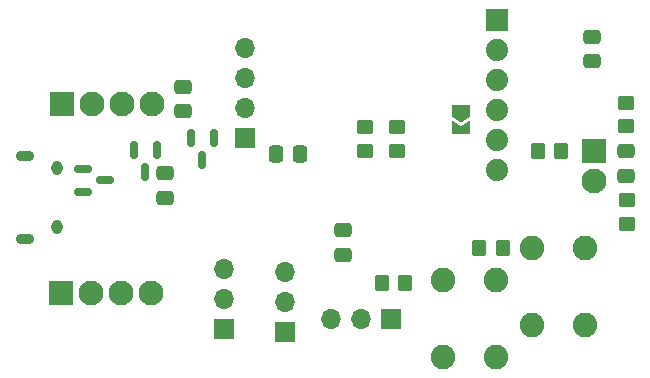
<source format=gbr>
%TF.GenerationSoftware,KiCad,Pcbnew,6.0.11-2627ca5db0~126~ubuntu22.04.1*%
%TF.CreationDate,2023-02-28T18:25:52-05:00*%
%TF.ProjectId,canbus-thermocouple,63616e62-7573-42d7-9468-65726d6f636f,1.0*%
%TF.SameCoordinates,Original*%
%TF.FileFunction,Soldermask,Bot*%
%TF.FilePolarity,Negative*%
%FSLAX46Y46*%
G04 Gerber Fmt 4.6, Leading zero omitted, Abs format (unit mm)*
G04 Created by KiCad (PCBNEW 6.0.11-2627ca5db0~126~ubuntu22.04.1) date 2023-02-28 18:25:52*
%MOMM*%
%LPD*%
G01*
G04 APERTURE LIST*
G04 Aperture macros list*
%AMRoundRect*
0 Rectangle with rounded corners*
0 $1 Rounding radius*
0 $2 $3 $4 $5 $6 $7 $8 $9 X,Y pos of 4 corners*
0 Add a 4 corners polygon primitive as box body*
4,1,4,$2,$3,$4,$5,$6,$7,$8,$9,$2,$3,0*
0 Add four circle primitives for the rounded corners*
1,1,$1+$1,$2,$3*
1,1,$1+$1,$4,$5*
1,1,$1+$1,$6,$7*
1,1,$1+$1,$8,$9*
0 Add four rect primitives between the rounded corners*
20,1,$1+$1,$2,$3,$4,$5,0*
20,1,$1+$1,$4,$5,$6,$7,0*
20,1,$1+$1,$6,$7,$8,$9,0*
20,1,$1+$1,$8,$9,$2,$3,0*%
%AMFreePoly0*
4,1,6,1.000000,0.000000,0.500000,-0.750000,-0.500000,-0.750000,-0.500000,0.750000,0.500000,0.750000,1.000000,0.000000,1.000000,0.000000,$1*%
%AMFreePoly1*
4,1,6,0.500000,-0.750000,-0.650000,-0.750000,-0.150000,0.000000,-0.650000,0.750000,0.500000,0.750000,0.500000,-0.750000,0.500000,-0.750000,$1*%
G04 Aperture macros list end*
%ADD10RoundRect,0.250000X-0.450000X0.350000X-0.450000X-0.350000X0.450000X-0.350000X0.450000X0.350000X0*%
%ADD11R,1.700000X1.700000*%
%ADD12O,1.700000X1.700000*%
%ADD13R,2.100000X2.100000*%
%ADD14C,2.100000*%
%ADD15RoundRect,0.250000X-0.350000X-0.450000X0.350000X-0.450000X0.350000X0.450000X-0.350000X0.450000X0*%
%ADD16RoundRect,0.250000X0.450000X-0.350000X0.450000X0.350000X-0.450000X0.350000X-0.450000X-0.350000X0*%
%ADD17RoundRect,0.250000X-0.475000X0.337500X-0.475000X-0.337500X0.475000X-0.337500X0.475000X0.337500X0*%
%ADD18C,2.082800*%
%ADD19R,1.879600X1.879600*%
%ADD20C,1.879600*%
%ADD21O,0.950000X1.250000*%
%ADD22O,1.550000X0.890000*%
%ADD23RoundRect,0.250000X-0.337500X-0.475000X0.337500X-0.475000X0.337500X0.475000X-0.337500X0.475000X0*%
%ADD24RoundRect,0.150000X-0.150000X0.587500X-0.150000X-0.587500X0.150000X-0.587500X0.150000X0.587500X0*%
%ADD25RoundRect,0.250000X0.350000X0.450000X-0.350000X0.450000X-0.350000X-0.450000X0.350000X-0.450000X0*%
%ADD26RoundRect,0.250000X0.475000X-0.337500X0.475000X0.337500X-0.475000X0.337500X-0.475000X-0.337500X0*%
%ADD27RoundRect,0.150000X-0.587500X-0.150000X0.587500X-0.150000X0.587500X0.150000X-0.587500X0.150000X0*%
%ADD28FreePoly0,270.000000*%
%ADD29FreePoly1,270.000000*%
G04 APERTURE END LIST*
D10*
%TO.C,R9*%
X85325000Y-80050000D03*
X85325000Y-82050000D03*
%TD*%
%TO.C,R7*%
X88000000Y-80075000D03*
X88000000Y-82075000D03*
%TD*%
D11*
%TO.C,U3*%
X75197300Y-80977600D03*
D12*
X75197300Y-78437600D03*
X75197300Y-75897600D03*
X75197300Y-73357600D03*
%TD*%
D13*
%TO.C,J4*%
X104750000Y-82100000D03*
D14*
X104750000Y-84640000D03*
%TD*%
D15*
%TO.C,R3*%
X99950000Y-82100000D03*
X101950000Y-82100000D03*
%TD*%
D16*
%TO.C,R4*%
X107425000Y-80000000D03*
X107425000Y-78000000D03*
%TD*%
D17*
%TO.C,C8*%
X107425000Y-82100000D03*
X107425000Y-84175000D03*
%TD*%
%TO.C,C9*%
X104525000Y-72425000D03*
X104525000Y-74500000D03*
%TD*%
D10*
%TO.C,R6*%
X107475000Y-86250000D03*
X107475000Y-88250000D03*
%TD*%
D11*
%TO.C,JP1*%
X73400000Y-97140000D03*
D12*
X73400000Y-94600000D03*
X73400000Y-92060000D03*
%TD*%
D13*
%TO.C,J6*%
X59625000Y-94100000D03*
D14*
X62165000Y-94100000D03*
X64705000Y-94100000D03*
X67245000Y-94100000D03*
%TD*%
D11*
%TO.C,J2*%
X87490000Y-96350000D03*
D12*
X84950000Y-96350000D03*
X82410000Y-96350000D03*
%TD*%
D18*
%TO.C,S1*%
X96435600Y-92998800D03*
X96435600Y-99501200D03*
X91914400Y-92998800D03*
X91914400Y-99501200D03*
%TD*%
D19*
%TO.C,J3*%
X96500000Y-70990000D03*
D20*
X96500000Y-73530000D03*
X96500000Y-76070000D03*
X96500000Y-78610000D03*
X96500000Y-81150000D03*
X96500000Y-83690000D03*
%TD*%
D13*
%TO.C,J5*%
X59660000Y-78075000D03*
D14*
X62200000Y-78075000D03*
X64740000Y-78075000D03*
X67280000Y-78075000D03*
%TD*%
D18*
%TO.C,S2*%
X103960600Y-90323800D03*
X103960600Y-96826200D03*
X99439400Y-90323800D03*
X99439400Y-96826200D03*
%TD*%
D21*
%TO.C,J1*%
X59210000Y-83550000D03*
D22*
X56510000Y-82550000D03*
X56510000Y-89550000D03*
D21*
X59210000Y-88550000D03*
%TD*%
D11*
%TO.C,JP2*%
X78525000Y-97425000D03*
D12*
X78525000Y-94885000D03*
X78525000Y-92345000D03*
%TD*%
D23*
%TO.C,C7*%
X77787500Y-82300000D03*
X79862500Y-82300000D03*
%TD*%
D24*
%TO.C,U1*%
X65775000Y-81987500D03*
X67675000Y-81987500D03*
X66725000Y-83862500D03*
%TD*%
D25*
%TO.C,R1*%
X88750000Y-93250000D03*
X86750000Y-93250000D03*
%TD*%
D26*
%TO.C,C2*%
X83450000Y-90887500D03*
X83450000Y-88812500D03*
%TD*%
%TO.C,C3*%
X69900000Y-78712500D03*
X69900000Y-76637500D03*
%TD*%
D17*
%TO.C,C1*%
X68425000Y-83950000D03*
X68425000Y-86025000D03*
%TD*%
D27*
%TO.C,Q2*%
X61437500Y-85525000D03*
X61437500Y-83625000D03*
X63312500Y-84575000D03*
%TD*%
D24*
%TO.C,Q1*%
X70600000Y-81000000D03*
X72500000Y-81000000D03*
X71550000Y-82875000D03*
%TD*%
D28*
%TO.C,JP3*%
X93475000Y-78700000D03*
D29*
X93475000Y-80150000D03*
%TD*%
D15*
%TO.C,R2*%
X95000000Y-90325000D03*
X97000000Y-90325000D03*
%TD*%
M02*

</source>
